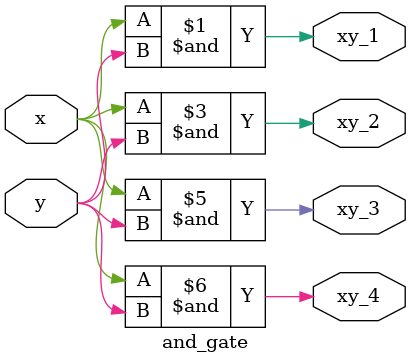
<source format=v>
module and_gate(
    input  x,        // x
    input  y,        // y
    output xy_1,     // CONTINUOUS ASSIGNMENT STATEMENT
    output xy_2,     // ALWAYS BLOCK with BLOCKING PROCEDURAL ASSIGNMENT STATEMENT
    output xy_3,     // ALWAYS BLOCK with NON-BLOCKING PROCEDURAL ASSIGNMENT STATEMENT
    output xy_4      // GATE PRIMATIVES
);

// DATA TYPES
reg xy_2;
reg xy_3;

// METHOD 1 - CONTINUOUS ASSIGNMENT STATEMENT
assign xy_1 = x & y;

// METHOD 2 - ALWAYS BLOCK with BLOCKING PROCEDURAL ASSIGNMENT STATEMENT
always @ ( * )
begin
    xy_2 = x & y;
end

// METHOD 3 - ALWAYS BLOCK with NON-BLOCKING PROCEDURAL ASSIGNMENT STATEMENT
always @ ( * )
begin
    xy_3 <= x & y;
end

// METHOD 4 - GATE PRIMATIVES
and(xy_4, x, y);

endmodule

</source>
